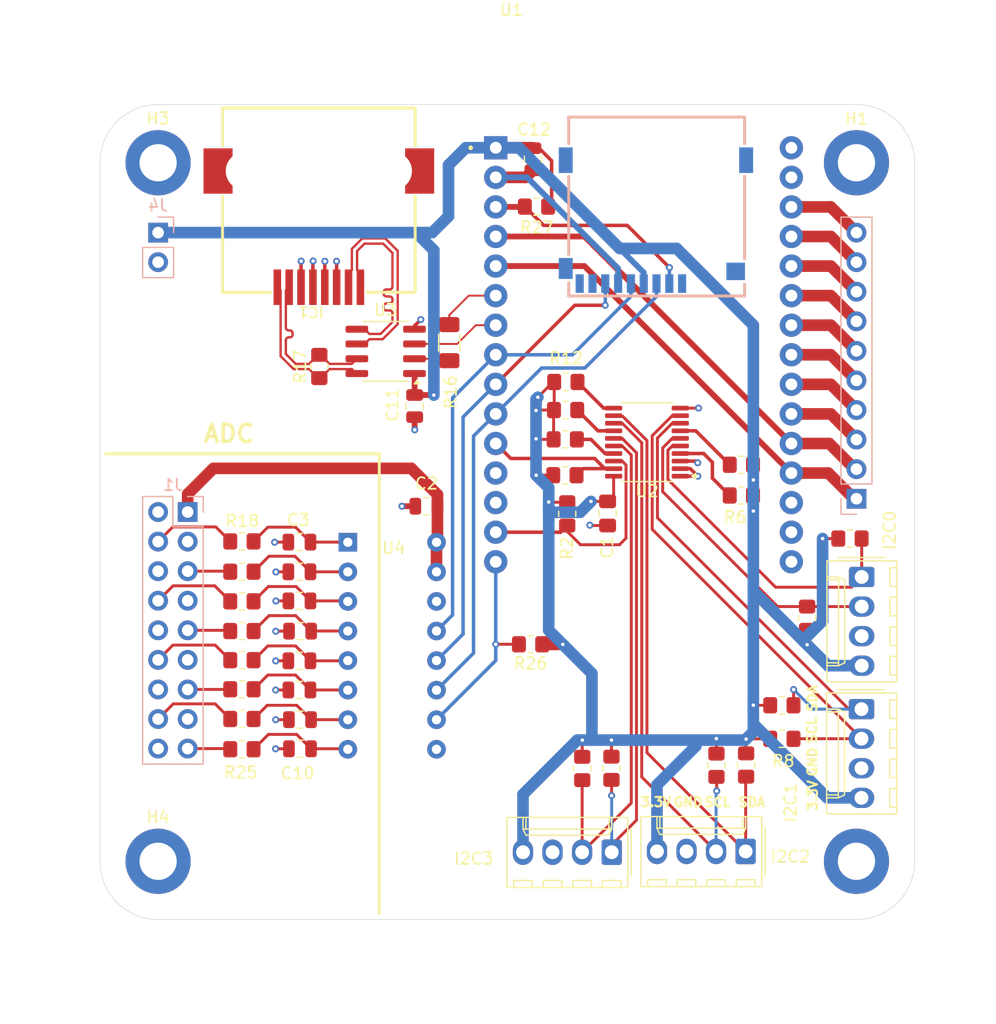
<source format=kicad_pcb>
(kicad_pcb (version 20240108) (generator "pcbnew") (generator_version "8.0")
  (layers (0 "F.Cu" signal) (1 "In1.Cu" signal) (2 "In2.Cu" signal) (31 "B.Cu" signal) (34 "B.Paste" user) (35 "F.Paste" user) (36 "B.SilkS" user "B.Silkscreen") (37 "F.SilkS" user "F.Silkscreen") (38 "B.Mask" user) (39 "F.Mask" user) (44 "Edge.Cuts" user))
  (net 0 "")
  (net 1 "/I2C/SC0")
  (net 2 "/I2C/SD0")
  (net 3 "GND")
  (net 4 "VDD")
  (net 5 "/I2C/SC1")
  (net 6 "/I2C/SD1")
  (net 7 "/I2C/SD2")
  (net 8 "/I2C/SC2")
  (net 9 "/I2C/SC3")
  (net 10 "/I2C/SD3")
  (net 11 "Net-(U2-~{INT})")
  (net 12 "/I2C/INT0")
  (net 13 "/I2C/INT1")
  (net 14 "/I2C/INT2")
  (net 15 "/I2C/INT3")
  (net 16 "/RS485/R0")
  (net 17 "/RS485/RX2")
  (net 18 "/RS485/RX_P")
  (net 19 "/RS485/RX_N")
  (net 20 "/RS485/TX_P")
  (net 21 "/RS485/TX_N")
  (net 22 "/RS485/TX2")
  (net 23 "+3.3VADC")
  (net 24 "/ADC/CH0")
  (net 25 "/ADC/CH1")
  (net 26 "/ADC/CH2")
  (net 27 "/ADC/CH3")
  (net 28 "/ADC/CH4")
  (net 29 "/ADC/CH5")
  (net 30 "/ADC/CH6")
  (net 31 "/ADC/CH7")
  (net 32 "/ADC/INCH2")
  (net 33 "/ADC/INCH0")
  (net 34 "/ADC/INCH6")
  (net 35 "/ADC/INCH7")
  (net 36 "/ADC/INCH5")
  (net 37 "/ADC/INCH4")
  (net 38 "/ADC/INCH1")
  (net 39 "/ADC/INCH3")
  (net 40 "/D2")
  (net 45 "/D4")
  (net 48 "/DAC2")
  (net 49 "Net-(J2-Pin_4)")
  (net 50 "/DAC1")
  (net 51 "Net-(J2-Pin_9)")
  (net 52 "Net-(J2-Pin_10)")
  (net 53 "Net-(J2-Pin_7)")
  (net 54 "Net-(J2-Pin_8)")
  (net 55 "Net-(J2-Pin_3)")
  (net 58 "/SDA")
  (net 59 "/SCL")
  (net 60 "/MOSI")
  (net 61 "/MISO")
  (net 62 "/CS")
  (net 63 "/SCLK")
  (net 64 "/CS1")
  (footprint "custom:RJ45-TH_MJ5688-B111-HR1-C" (layer "F.Cu") (at 158.81 30.70095 180)
    (property "Reference" "IC1")
    (property "Value" "MJ5688-B111-HR1-C" (hide yes))
  )
  (footprint "Capacitor_SMD:C_0805_2012Metric" (layer "F.Cu") (at 157.19 75.335 180)
    (property "Reference" "C10")
    (property "Value" "0.022uF" (hide yes))
  )
  (footprint "Resistor_SMD:R_0805_2012Metric_Pad1.20x1.40mm_HandSolder" (layer "F.Cu") (at 179.98 48.76)
    (property "Reference" "R3" (hide yes))
    (property "Value" "10K" (hide yes))
  )
  (footprint "Resistor_SMD:R_0805_2012Metric_Pad1.20x1.40mm_HandSolder" (layer "F.Cu") (at 204.44 57.28)
    (property "Reference" "R4" (hide yes))
    (property "Value" "10K" (hide yes))
  )
  (footprint "Resistor_SMD:R_0805_2012Metric_Pad1.20x1.40mm_HandSolder" (layer "F.Cu") (at 177 66.36 180)
    (property "Reference" "R26")
    (property "Value" "10K" (hide yes))
  )
  (footprint "Resistor_SMD:R_0805_2012Metric_Pad1.20x1.40mm_HandSolder" (layer "F.Cu") (at 195.11 53.58 180)
    (property "Reference" "R6")
    (property "Value" "10K" (hide yes))
  )
  (footprint "Resistor_SMD:R_0805_2012Metric_Pad1.20x1.40mm_HandSolder" (layer "F.Cu") (at 152.2 67.725 180)
    (property "Reference" "R22" (hide yes))
    (property "Value" "100" (hide yes))
  )
  (footprint "Capacitor_SMD:C_0805_2012Metric" (layer "F.Cu") (at 157.14 70.285 180)
    (property "Reference" "C8" (hide yes))
    (property "Value" "0.022uF" (hide yes))
  )
  (footprint "Capacitor_SMD:C_0805_2012Metric" (layer "F.Cu") (at 157.14 67.78 180)
    (property "Reference" "C7" (hide yes))
    (property "Value" "0.022uF" (hide yes))
  )
  (footprint "Resistor_SMD:R_0805_2012Metric_Pad1.20x1.40mm_HandSolder" (layer "F.Cu") (at 152.2 75.375 180)
    (property "Reference" "R25")
    (property "Value" "100" (hide yes))
  )
  (footprint "Resistor_SMD:R_0805_2012Metric_Pad1.20x1.40mm_HandSolder" (layer "F.Cu") (at 200.76 64.12 90)
    (property "Reference" "R5" (hide yes))
    (property "Value" "10K" (hide yes))
  )
  (footprint "Resistor_SMD:R_0805_2012Metric_Pad1.20x1.40mm_HandSolder" (layer "F.Cu") (at 180.01 46.24)
    (property "Reference" "R15" (hide yes))
    (property "Value" "10K" (hide yes))
  )
  (footprint "Resistor_SMD:R_0805_2012Metric_Pad1.20x1.40mm_HandSolder" (layer "F.Cu") (at 152.2 57.525 180)
    (property "Reference" "R18")
    (property "Value" "100" (hide yes))
  )
  (footprint "Resistor_SMD:R_0805_2012Metric_Pad1.20x1.40mm_HandSolder" (layer "F.Cu") (at 183.95 77.01 -90)
    (property "Reference" "R13" (hide yes))
    (property "Value" "10K" (hide yes))
  )
  (footprint "Resistor_SMD:R_0805_2012Metric_Pad1.20x1.40mm_HandSolder" (layer "F.Cu") (at 180.15 55.16 -90)
    (property "Reference" "R2")
    (property "Value" "10K" (hide yes))
  )
  (footprint "Resistor_SMD:R_0805_2012Metric_Pad1.20x1.40mm_HandSolder" (layer "F.Cu") (at 195.52 76.73 -90)
    (property "Reference" "R10" (hide yes))
    (property "Value" "10K" (hide yes))
  )
  (footprint "Resistor_SMD:R_0805_2012Metric_Pad1.20x1.40mm_HandSolder" (layer "F.Cu") (at 177.51 28.77 180)
    (property "Reference" "R27")
    (property "Value" "10K" (hide yes))
  )
  (footprint "Capacitor_SMD:C_0805_2012Metric_Pad1.18x1.45mm_HandSolder" (layer "F.Cu") (at 183.62 55.1225 -90)
    (property "Reference" "C1")
    (property "Value" "10uF" (hide yes))
  )
  (footprint "Resistor_SMD:R_0805_2012Metric_Pad1.20x1.40mm_HandSolder" (layer "F.Cu") (at 158.85 42.5 90)
    (property "Reference" "R17")
    (property "Value" "100" (hide yes))
  )
  (footprint "Capacitor_SMD:C_0805_2012Metric" (layer "F.Cu") (at 167.04 45.9 -90)
    (property "Reference" "C11")
    (property "Value" "10uF" (hide yes))
  )
  (footprint "Connector_Molex:Molex_KK-254_AE-6410-04A_1x04_P2.54mm_Vertical" (layer "F.Cu") (at 205.45 60.58 -90)
    (property "Reference" "I2C0")
    (property "Value" "Conn_01x04_Pin" (hide yes))
  )
  (footprint "Capacitor_SMD:C_0805_2012Metric" (layer "F.Cu") (at 157.14 60.135 180)
    (property "Reference" "C4" (hide yes))
    (property "Value" "0.022uF" (hide yes))
  )
  (footprint "custom:MODULE_ESP32_DEVKIT_V1" (layer "F.Cu") (at 186.7075 39.22925)
    (property "Reference" "U1")
    (property "Value" "ESP32-DEVKIT-V1" (hide yes))
  )
  (footprint "Resistor_SMD:R_0805_2012Metric_Pad1.20x1.40mm_HandSolder" (layer "F.Cu") (at 198.59 74.48)
    (property "Reference" "R8")
    (property "Value" "10K" (hide yes))
  )
  (footprint "Capacitor_SMD:C_0805_2012Metric" (layer "F.Cu") (at 177.2 24.7 -90)
    (property "Reference" "C12")
    (property "Value" "10uF" (hide yes))
  )
  (footprint "Capacitor_SMD:C_0805_2012Metric" (layer "F.Cu") (at 157.14 57.585 180)
    (property "Reference" "C3")
    (property "Value" "0.022uF" (hide yes))
  )
  (footprint "Resistor_SMD:R_0805_2012Metric_Pad1.20x1.40mm_HandSolder" (layer "F.Cu") (at 198.59 71.6)
    (property "Reference" "R7" (hide yes))
    (property "Value" "10K" (hide yes))
  )
  (footprint "Resistor_SMD:R_0805_2012Metric_Pad1.20x1.40mm_HandSolder" (layer "F.Cu") (at 152.2 70.225 180)
    (property "Reference" "R23" (hide yes))
    (property "Value" "100" (hide yes))
  )
  (footprint "Resistor_SMD:R_0805_2012Metric_Pad1.20x1.40mm_HandSolder" (layer "F.Cu") (at 179.95 51.84)
    (property "Reference" "R1" (hide yes))
    (property "Value" "10K" (hide yes))
  )
  (footprint "Package_SO:SOIC-8_3.9x4.9mm_P1.27mm" (layer "F.Cu") (at 164.55 41.2 180)
    (property "Reference" "U3")
    (property "Value" "MAX3490xSA" (hide yes))
  )
  (footprint "Resistor_SMD:R_0805_2012Metric_Pad1.20x1.40mm_HandSolder" (layer "F.Cu") (at 152.2 72.775 180)
    (property "Reference" "R24" (hide yes))
    (property "Value" "100" (hide yes))
  )
  (footprint "Connector_Molex:Molex_KK-254_AE-6410-04A_1x04_P2.54mm_Vertical" (layer "F.Cu") (at 195.48 84.15 180)
    (property "Reference" "I2C2")
    (property "Value" "Conn_01x04_Pin" (hide yes))
  )
  (footprint "Capacitor_SMD:C_0805_2012Metric" (layer "F.Cu") (at 168.05 54.5 180)
    (property "Reference" "C2")
    (property "Value" "10uF" (hide yes))
  )
  (footprint "MountingHole:MountingHole_3.2mm_M3_DIN965_Pad_TopBottom" (layer "F.Cu") (at 145 25)
    (property "Reference" "H3")
    (property "Value" "MountingHole_Pad" (hide yes))
  )
  (footprint "Capacitor_SMD:C_0805_2012Metric" (layer "F.Cu") (at 157.14 62.635 180)
    (property "Reference" "C5" (hide yes))
    (property "Value" "0.022uF" (hide yes))
  )
  (footprint "MountingHole:MountingHole_3.2mm_M3_DIN965_Pad_TopBottom" (layer "F.Cu") (at 145 85)
    (property "Reference" "H4")
    (property "Value" "MountingHole_Pad")
  )
  (footprint "Package_SO:TSSOP-20_4.4x6.5mm_P0.65mm" (layer "F.Cu") (at 187 49 180)
    (property "Reference" "U2")
    (property "Value" "TCA9544A" (hide yes))
  )
  (footprint "Resistor_SMD:R_0805_2012Metric_Pad1.20x1.40mm_HandSolder" (layer "F.Cu") (at 181.44 77.03 -90)
    (property "Reference" "R14" (hide yes))
    (property "Value" "10K" (hide yes))
  )
  (footprint "Resistor_SMD:R_0805_2012Metric_Pad1.20x1.40mm_HandSolder" (layer "F.Cu") (at 152.2 60.125 180)
    (property "Reference" "R19" (hide yes))
    (property "Value" "100" (hide yes))
  )
  (footprint "Resistor_SMD:R_0805_2012Metric_Pad1.20x1.40mm_HandSolder" (layer "F.Cu") (at 192.97 76.75 -90)
    (property "Reference" "R11" (hide yes))
    (property "Value" "10K" (hide yes))
  )
  (footprint "Package_DIP:DIP-16_W7.62mm_Socket" (layer "F.Cu") (at 161.3 57.6)
    (property "Reference" "U4")
    (property "Value" "MCP3208" (hide yes))
  )
  (footprint "Resistor_SMD:R_0805_2012Metric_Pad1.20x1.40mm_HandSolder" (layer "F.Cu") (at 195.11 50.94 180)
    (property "Reference" "R9" (hide yes))
    (property "Value" "10K" (hide yes))
  )
  (footprint "MountingHole:MountingHole_3.2mm_M3_DIN965_Pad_TopBottom" (layer "F.Cu") (at 205 85)
    (property "Reference" "H2" (hide yes))
    (property "Value" "MountingHole_Pad" (hide yes))
  )
  (footprint "MountingHole:MountingHole_3.2mm_M3_DIN965_Pad_TopBottom" (layer "F.Cu") (at 205 25)
    (property "Reference" "H1")
    (property "Value" "MountingHole_Pad" (hide yes))
  )
  (footprint "Resistor_SMD:R_0805_2012Metric_Pad1.20x1.40mm_HandSolder" (layer "F.Cu") (at 180.03 43.83)
    (property "Reference" "R12")
    (property "Value" "10K" (hide yes))
  )
  (footprint "Resistor_SMD:R_0805_2012Metric_Pad1.20x1.40mm_HandSolder" (layer "F.Cu") (at 152.2 62.675 180)
    (property "Reference" "R20" (hide yes))
    (property "Value" "100" (hide yes))
  )
  (footprint "Resistor_SMD:R_1206_3216Metric_Pad1.30x1.75mm_HandSolder" (layer "F.Cu") (at 170.0125 40.45 -90)
    (property "Reference" "R16")
    (property "Value" "0" (hide yes))
  )
  (footprint "Connector_Molex:Molex_KK-254_AE-6410-04A_1x04_P2.54mm_Vertical" (layer "F.Cu") (at 205.43 71.93 -90)
    (property "Reference" "I2C1")
    (property "Value" "Conn_01x04_Pin" (hide yes))
  )
  (footprint "Capacitor_SMD:C_0805_2012Metric" (layer "F.Cu") (at 157.2 65.23 180)
    (property "Reference" "C6" (hide yes))
    (property "Value" "0.022uF" (hide yes))
  )
  (footprint "Connector_Molex:Molex_KK-254_AE-6410-04A_1x04_P2.54mm_Vertical" (layer "F.Cu") (at 183.97 84.22 180)
    (property "Reference" "I2C3")
    (property "Value" "Conn_01x04_Pin" (hide yes))
  )
  (footprint "Capacitor_SMD:C_0805_2012Metric" (layer "F.Cu") (at 157.19 72.835 180)
    (property "Reference" "C9" (hide yes))
    (property "Value" "0.022uF" (hide yes))
  )
  (footprint "Resistor_SMD:R_0805_2012Metric_Pad1.20x1.40mm_HandSolder" (layer "F.Cu") (at 152.2 65.225 180)
    (property "Reference" "R21" (hide yes))
    (property "Value" "100" (hide yes))
  )
  (footprint "custom:TF-SMD_THD2528-11SD-GF" (layer "B.Cu") (at 187.77 30.08)
    (property "Reference" "J3" (hide yes))
    (property "Value" "Micro_SD_Card" (hide yes))
  )
  (footprint "Connector_PinHeader_2.54mm:PinHeader_1x02_P2.54mm_Vertical" (layer "B.Cu") (at 145 31 180)
    (property "Reference" "J4")
    (property "Value" "Conn_01x02_Pin" (hide yes))
  )
  (footprint "Connector_PinHeader_2.54mm:PinHeader_2x09_P2.54mm_Vertical" (layer "B.Cu") (at 147.54 55 180)
    (property "Reference" "J1")
    (property "Value" "Conn_02x09_Odd_Even" (hide yes))
  )
  (footprint "Connector_PinHeader_2.54mm:PinHeader_1x10_P2.54mm_Vertical" (layer "B.Cu") (at 205 53.86)
    (property "Reference" "J2" (hide yes))
    (property "Value" "Conn_01x10_Pin" (hide yes))
  )
  (gr_line (start 164 50) (end 164 89.5) (stroke (width 0.25)) (layer "F.SilkS"))
  (gr_line (start 140.5 50) (end 164 50) (stroke (width 0.25)) (layer "F.SilkS"))
  (gr_arc (start 210 85) (mid 208.535534 88.535534) (end 205 90) (stroke (width 0.05)) (layer "Edge.Cuts"))
  (gr_line (start 140 25) (end 140 85) (stroke (width 0.05)) (layer "Edge.Cuts"))
  (gr_line (start 205 20) (end 145 20) (stroke (width 0.05)) (layer "Edge.Cuts"))
  (gr_arc (start 140 25) (mid 141.464466 21.464466) (end 145 20) (stroke (width 0.05)) (layer "Edge.Cuts"))
  (gr_arc (start 145 90) (mid 141.464466 88.535534) (end 140 85) (stroke (width 0.05)) (layer "Edge.Cuts"))
  (gr_line (start 210 25) (end 210 85) (stroke (width 0.05)) (layer "Edge.Cuts"))
  (gr_arc (start 205 20) (mid 208.535534 21.464466) (end 210 25) (stroke (width 0.05)) (layer "Edge.Cuts"))
  (gr_line (start 145 90) (end 205 90) (stroke (width 0.05)) (layer "Edge.Cuts"))
  (gr_text "3.3V" (at 201.71 80.77 90) (layer "F.SilkS") (effects (font (size 0.8 0.8) (thickness 0.1875) (bold yes)) (justify left bottom)))
  (gr_text "3.3V" (at 186.35 80.38 0) (layer "F.SilkS") (effects (font (size 0.8 0.8) (thickness 0.1875) (bold yes)) (justify left bottom)))
  (gr_text "SCL" (at 191.84 80.4 0) (layer "F.SilkS") (effects (font (size 0.8 0.8) (thickness 0.1875) (bold yes)) (justify left bottom)))
  (gr_text "GND" (at 189.19 80.38 0) (layer "F.SilkS") (effects (font (size 0.8 0.8) (thickness 0.1875) (bold yes)) (justify left bottom)))
  (gr_text "SDA" (at 194.77 80.4 0) (layer "F.SilkS") (effects (font (size 0.8 0.8) (thickness 0.1875) (bold yes)) (justify left bottom)))
  (gr_text "SCL" (at 201.65 74.98 90) (layer "F.SilkS") (effects (font (size 0.8 0.8) (thickness 0.1875) (bold yes)) (justify left bottom)))
  (gr_text "GND" (at 201.68 77.82 90) (layer "F.SilkS") (effects (font (size 0.8 0.8) (thickness 0.1875) (bold yes)) (justify left bottom)))
  (gr_text "SDA" (at 201.68 72.26 90) (layer "F.SilkS") (effects (font (size 0.8 0.8) (thickness 0.1875) (bold yes)) (justify left bottom)))
  (gr_text "ADC" (at 148.75 49.15 0) (layer "F.SilkS") (effects (font (size 1.5 1.5) (thickness 0.3) (bold yes)) (justify left bottom)))
  (segment (start 188.35 49.496188) (end 188.35 53.25) (width 0.25) (layer "F.Cu") (net 1))
  (segment (start 198.22 63.12) (end 205.45 63.12) (width 0.25) (layer "F.Cu") (net 1))
  (segment (start 189.171188 48.675) (end 188.35 49.496188) (width 0.25) (layer "F.Cu") (net 1))
  (segment (start 188.35 53.25) (end 198.22 63.12) (width 0.25) (layer "F.Cu") (net 1))
  (segment (start 189.8625 48.675) (end 189.171188 48.675) (width 0.25) (layer "F.Cu") (net 1))
  (segment (start 189.8625 49.325) (end 189.171188 49.325) (width 0.25) (layer "F.Cu") (net 2))
  (segment (start 204.57 61.46) (end 205.45 60.58) (width 0.25) (layer "F.Cu") (net 2))
  (segment (start 188.8 49.696188) (end 188.8 52.203812) (width 0.25) (layer "F.Cu") (net 2))
  (segment (start 205.45 60.58) (end 205.45 57.29) (width 0.25) (layer "F.Cu") (net 2))
  (segment (start 188.8 52.203812) (end 198.056188 61.46) (width 0.25) (layer "F.Cu") (net 2))
  (segment (start 198.056188 61.46) (end 204.57 61.46) (width 0.25) (layer "F.Cu") (net 2))
  (segment (start 189.171188 49.325) (end 188.8 49.696188) (width 0.25) (layer "F.Cu") (net 2))
  (segment (start 205.45 57.29) (end 205.44 57.28) (width 0.25) (layer "F.Cu") (net 2))
  (segment (start 190.72 51.275) (end 189.8625 51.275) (width 0.3) (layer "F.Cu") (net 3))
  (segment (start 156.24 72.835) (end 155.105 72.835) (width 0.25) (layer "F.Cu") (net 3))
  (segment (start 160.34 33.47) (end 160.33 33.46) (width 0.3) (layer "F.Cu") (net 3))
  (segment (start 156.19 70.285) (end 155.105 70.285) (width 0.25) (layer "F.Cu") (net 3))
  (segment (start 155.11 67.78) (end 155.1 67.79) (width 0.25) (layer "F.Cu") (net 3))
  (segment (start 159.3199 33.4701) (end 159.33 33.46) (width 0.3) (layer "F.Cu") (net 3))
  (segment (start 191.37 51.925) (end 189.8625 51.925) (width 0.3) (layer "F.Cu") (net 3))
  (segment (start 158.2998 33.4602) (end 158.32 33.44) (width 0.3) (layer "F.Cu") (net 3))
  (segment (start 159.3199 35.69095) (end 159.3199 33.4701) (width 0.3) (layer "F.Cu") (net 3))
  (segment (start 167.1 54.5) (end 165.95 54.5) (width 0.5) (layer "F.Cu") (net 3))
  (segment (start 156.24 75.335) (end 155.095 75.335) (width 0.25) (layer "F.Cu") (net 3))
  (segment (start 156.19 62.635) (end 155.125 62.635) (width 0.25) (layer "F.Cu") (net 3))
  (segment (start 189.8625 46.075) (end 191.425 46.075) (width 0.25) (layer "F.Cu") (net 3))
  (segment (start 191.215 50.625) (end 189.8625 50.625) (width 0.3) (layer "F.Cu") (net 3))
  (segment (start 155.105 70.285) (end 155.1 70.29) (width 0.25) (layer "F.Cu") (net 3))
  (segment (start 167.025 39.295) (end 167.025 39.015) (width 0.3) (layer "F.Cu") (net 3))
  (segment (start 183.62 56.16) (end 182.12 56.16) (width 0.25) (layer "F.Cu") (net 3))
  (segment (start 155.125 62.635) (end 155.12 62.64) (width 0.25) (layer "F.Cu") (net 3))
  (segment (start 176.59575 26.25425) (end 177.2 25.65) (width 1) (layer "F.Cu") (net 3))
  (segment (start 156.19 60.135) (end 155.135 60.135) (width 0.25) (layer "F.Cu") (net 3))
  (segment (start 191.425 46.075) (end 191.43 46.07) (width 0.25) (layer "F.Cu") (net 3))
  (segment (start 191.37 51.925) (end 190.72 51.275) (width 0.3) (layer "F.Cu") (net 3))
  (segment (start 160.34 35.69095) (end 160.34 33.47) (width 0.3) (layer "F.Cu") (net 3))
  (segment (start 155.12 65.23) (end 155.11 65.24) (width 0.25) (layer "F.Cu") (net 3))
  (segment (start 167.025 39.015) (end 167.57 38.47) (width 0.3) (layer "F.Cu") (net 3))
  (segment (start 182.12 56.16) (end 182.09 56.13) (width 0.25) (layer "F.Cu") (net 3))
  (segment (start 155.135 60.135) (end 155.12 60.15) (width 0.25) (layer "F.Cu") (net 3))
  (segment (start 157.2798 33.4602) (end 157.29 33.45) (width 0.3) (layer "F.Cu") (net 3))
  (segment (start 155.095 75.335) (end 155.09 75.34) (width 0.25) (layer "F.Cu") (net 3))
  (segment (start 191.36 50.77) (end 191.215 50.625) (width 0.3) (layer "F.Cu") (net 3))
  (segment (start 156.25 65.23) (end 155.12 65.23) (width 0.25) (layer "F.Cu") (net 3))
  (segment (start 155.025 57.585) (end 156.19 57.585) (width 0.25) (layer "F.Cu") (net 3))
  (segment (start 156.19 67.78) (end 155.11 67.78) (width 0.25) (layer "F.Cu") (net 3))
  (segment (start 167.04 47.93) (end 167.05 47.94) (width 0.5) (layer "F.Cu") (net 3))
  (segment (start 155.01 57.6) (end 155.025 57.585) (width 0.25) (layer "F.Cu") (net 3))
  (segment (start 174.0075 26.25425) (end 176.59575 26.25425) (width 1) (layer "F.Cu") (net 3))
  (segment (start 155.105 72.835) (end 155.1 72.84) (width 0.25) (layer "F.Cu") (net 3))
  (segment (start 158.2998 35.69095) (end 158.2998 33.4602) (width 0.3) (layer "F.Cu") (net 3))
  (segment (start 167.04 46.85) (end 167.04 47.93) (width 0.5) (layer "F.Cu") (net 3))
  (segment (start 157.2798 35.69095) (end 157.2798 33.4602) (width 0.3) (layer "F.Cu") (net 3))
  (via (at 165.95 54.5) (size 0.6) (drill 0.3) (layers "F.Cu" "B.Cu") (net 3))
  (via (at 155.1 72.84) (size 0.6) (drill 0.3) (layers "F.Cu" "B.Cu") (net 3))
  (via (at 155.11 65.24) (size 0.6) (drill 0.3) (layers "F.Cu" "B.Cu") (net 3))
  (via (at 191.36 50.77) (size 0.6) (drill 0.3) (layers "F.Cu" "B.Cu") (net 3))
  (via (at 157.29 33.45) (size 0.6) (drill 0.3) (layers "F.Cu" "B.Cu") (net 3))
  (via (at 167.57 38.47) (size 0.6) (drill 0.3) (layers "F.Cu" "B.Cu") (net 3))
  (via (at 155.09 75.34) (size 0.6) (drill 0.3) (layers "F.Cu" "B.Cu") (net 3))
  (via (at 167.05 47.94) (size 0.6) (drill 0.3) (layers "F.Cu" "B.Cu") (net 3))
  (via (at 160.33 33.46) (size 0.6) (drill 0.3) (layers "F.Cu" "B.Cu") (net 3))
  (via (at 155.12 62.64) (size 0.6) (drill 0.3) (layers "F.Cu" "B.Cu") (net 3))
  (via (at 182.09 56.13) (size 0.6) (drill 0.3) (layers "F.Cu" "B.Cu") (net 3))
  (via (at 155.12 60.15) (size 0.6) (drill 0.3) (layers "F.Cu" "B.Cu") (net 3))
  (via (at 159.33 33.46) (size 0.6) (drill 0.3) (layers "F.Cu" "B.Cu") (net 3))
  (via (at 155.1 70.29) (size 0.6) (drill 0.3) (layers "F.Cu" "B.Cu") (net 3))
  (via (at 191.43 46.07) (size 0.6) (drill 0.3) (layers "F.Cu" "B.Cu") (net 3))
  (via (at 191.37 51.925) (size 0.6) (drill 0.3) (layers "F.Cu" "B.Cu") (net 3))
  (via (at 155.01 57.6) (size 0.6) (drill 0.3) (layers "F.Cu" "B.Cu") (net 3))
  (via (at 158.32 33.44) (size 0.6) (drill 0.3) (layers "F.Cu" "B.Cu") (net 3))
  (via (at 155.1 67.79) (size 0.6) (drill 0.3) (layers "F.Cu" "B.Cu") (net 3))
  (segment (start 184.5201 35.38) (end 184.5201 34.08) (width 0.5) (layer "B.Cu") (net 3))
  (segment (start 184.5201 34.08) (end 176.69435 26.25425) (width 0.5) (layer "B.Cu") (net 3))
  (segment (start 176.69435 26.25425) (end 174.0075 26.25425) (width 0.5) (layer "B.Cu") (net 3))
  (segment (start 181.44 76.03) (end 181.44 74.6) (width 0.25) (layer "F.Cu") (net 4))
  (segment (start 196.11 52.22) (end 196.14 52.25) (width 0.3) (layer "F.Cu") (net 4))
  (segment (start 183.95 76.01) (end 183.95 74.59) (width 0.25) (layer "F.Cu") (net 4))
  (segment (start 179.03 46.22) (end 179.01 46.24) (width 0.25) (layer "F.Cu") (net 4))
  (segment (start 197.59 71.6) (end 196.15 71.6) (width 0.25) (layer "F.Cu") (net 4))
  (segment (start 197.59 74.48) (end 195.54 74.48) (width 0.25) (layer "F.Cu") (net 4))
  (segment (start 192.97 74.47) (end 192.96 74.46) (width 0.25) (layer "F.Cu") (net 4))
  (segment (start 192.97 75.75) (end 192.97 74.47) (width 0.25) (layer "F.Cu") (net 4))
  (segment (start 177.73 23.75) (end 177.2 23.75) (width 0.3) (layer "F.Cu") (net 4))
  (segment (start 184.1375 51.925) (end 184.1375 53.5675) (width 0.25) (layer "F.Cu") (net 4))
  (segment (start 200.76 65.12) (end 200.76 66.4) (width 0.25) (layer "F.Cu") (net 4))
  (segment (start 196.15 71.6) (end 196.14 71.59) (width 0.25) (layer "F.Cu") (net 4))
  (segment (start 177.63 45.14) (end 178.94 43.83) (width 0.25) (layer "F.Cu") (net 4))
  (segment (start 178.95 51.84) (end 177.48 51.84) (width 0.25) (layer "F.Cu") (net 4))
  (segment (start 178.01 66.37) (end 178 66.36) (width 1) (layer "F.Cu") (net 4))
  (segment (start 196.11 53.58) (end 196.11 54.89) (width 0.3) (layer "F.Cu") (net 4))
  (segment (start 178.98 48.76) (end 178.98 46.27) (width 0.25) (layer "F.Cu") (net 4))
  (segment (start 196.11 50.94) (end 196.11 52.22) (width 0.3) (layer "F.Cu") (net 4))
  (segment (start 195.52 75.73) (end 195.52 74.5) (width 0.25) (layer "F.Cu") (net 4))
  (segment (start 178.98 46.27) (end 179.01 46.24) (width 0.25) (layer "F.Cu") (net 4))
  (segment (start 183.62 54.085) (end 182.195 54.085) (width 0.25) (layer "F.Cu") (net 4))
  (segment (start 181.44 74.6) (end 181.45 74.59) (width 0.25) (layer "F.Cu") (net 4))
  (segment (start 177.52 48.76) (end 178.98 48.76) (width 0.25) (layer "F.Cu") (net 4))
  (segment (start 167.04 44.95) (end 167.04 43.12) (width 0.5) (layer "F.Cu") (net 4))
  (segment (start 177.51 46.24) (end 177.47 46.28) (width 0.25) (layer "F.Cu") (net 4))
  (segment (start 203.44 57.28) (end 202.09 57.28) (width 0.25) (layer "F.Cu") (net 4))
  (segment (start 195.54 74.48) (end 195.52 74.5) (width 0.25) (layer "F.Cu") (net 4))
  (segment (start 184.1375 53.5675) (end 183.62 54.085) (width 0.25) (layer "F.Cu") (net 4))
  (segment (start 167.04 43.12) (end 167.025 43.105) (width 0.5) (layer "F.Cu") (net 4))
  (segment (start 177.16425 23.71425) (end 177.2 23.75) (width 1) (layer "F.Cu") (net 4))
  (segment (start 167.04 44.95) (end 168.68 44.95) (width 0.5) (layer "F.Cu") (net 4))
  (segment (start 179.01 46.24) (end 177.51 46.24) (width 0.25) (layer "F.Cu") (net 4))
  (segment (start 179.77 66.37) (end 178.01 66.37) (width 1) (layer "F.Cu") (net 4))
  (segment (start 178.58 54.16) (end 178.56 54.14) (width 0.25) (layer "F.Cu") (net 4))
  (segment (start 168.68 44.95) (end 168.69 44.96) (width 0.5) (layer "F.Cu") (net 4))
  (segment (start 196.11 54.89) (end 196.14 54.92) (width 0.3) (layer "F.Cu") (net 4))
  (segment (start 178.81 28.47) (end 178.81 24.83) (width 0.3) (layer "F.Cu") (net 4))
  (segment (start 177.47 48.71) (end 177.52 48.76) (width 0.25) (layer "F.Cu") (net 4))
  (segment (start 178.94 43.83) (end 179.03 43.83) (width 0.25) (layer "F.Cu") (net 4))
  (segment (start 180.15 54.16) (end 178.58 54.16) (width 0.25) (layer "F.Cu") (net 4))
  (segment (start 182.195 54.085) (end 182.19 54.09) (width 0.25) (layer "F.Cu") (net 4))
  (segment (start 178.51 28.77) (end 178.81 28.47) (width 0.3) (layer "F.Cu") (net 4))
  (segment (start 174.0075 23.71425) (end 177.16425 23.71425) (width 1) (layer "F.Cu") (net 4))
  (segment (start 179.03 43.83) (end 179.03 46.22) (width 0.25) (layer "F.Cu") (net 4))
  (segment (start 178.81 24.83) (end 177.73 23.75) (width 0.3) (layer "F.Cu") (net 4))
  (via (at 196.14 54.92) (size 0.6) (drill 0.3) (layers "F.Cu" "B.Cu") (net 4))
  (via (at 178.56 54.14) (size 0.6) (drill 0.3) (layers "F.Cu" "B.Cu") (net 4))
  (via (at 179.77 66.37) (size 0.6) (drill 0.3) (layers "F.Cu" "B.Cu") (net 4))
  (via (at 177.48 51.84) (size 0.6) (drill 0.3) (layers "F.Cu" "B.Cu") (net 4))
  (via (at 181.45 74.59) (size 0.6) (drill 0.3) (layers "F.Cu" "B.Cu") (net 4))
  (via (at 177.63 45.14) (size 0.6) (drill 0.3) (layers "F.Cu" "B.Cu") (net 4))
  (via (at 168.69 44.96) (size 0.6) (drill 0.3) (layers "F.Cu" "B.Cu") (net 4))
  (via (at 182.19 54.09) (size 0.6) (drill 0.3) (layers "F.Cu" "B.Cu") (net 4))
  (via (at 202.09 57.28) (size 0.6) (drill 0.3) (layers "F.Cu" "B.Cu") (net 4))
  (via (at 192.96 74.46) (size 0.6) (drill 0.3) (layers "F.Cu" "B.Cu") (net 4))
  (via (at 195.52 74.5) (size 0.6) (drill 0.3) (layers "F.Cu" "B.Cu") (net 4))
  (via (at 196.14 52.25) (size 0.6) (drill 0.3) (layers "F.Cu" "B.Cu") (net 4))
  (via (at 177.47 46.28) (size 0.6) (drill 0.3) (layers "F.Cu" "B.Cu") (net 4))
  (via (at 183.95 74.59) (size 0.6) (drill 0.3) (layers "F.Cu" "B.Cu") (net 4))
  (via (at 177.47 48.71) (size 0.6) (drill 0.3) (layers "F.Cu" "B.Cu") (net 4))
  (via (at 196.14 71.59) (size 0.6) (drill 0.3) (layers "F.Cu" "B.Cu") (net 4))
  (via (at 200.76 66.4) (size 0.6) (drill 0.3) (layers "F.Cu" "B.Cu") (net 4))
  (segment (start 169.95 25.2) (end 169.95 29.6) (width 1) (layer "B.Cu") (net 4))
  (segment (start 200.4 66.04) (end 202.56 68.2) (width 1) (layer "B.Cu") (net 4))
  (segment (start 180.265 66.865) (end 179.77 66.37) (width 1) (layer "B.Cu") (net 4))
  (segment (start 178.56 55.02) (end 178.56 52.92) (width 1) (layer "B.Cu") (net 4))
  (segment (start 186.72 34.42675) (end 186.72 35.38) (width 0.5) (layer "B.Cu") (net 4))
  (segment (start 174.0075 23.71425) (end 171.43575 23.71425) (width 1) (layer "B.Cu") (net 4))
  (segment (start 181.26 55.02) (end 182.19 54.09) (width 1) (layer "B.Cu") (net 4))
  (segment (start 178.56 55.02) (end 178.56 54.14) (width 1) (layer "B.Cu") (net 4))
  (segment (start 196.14 61.78) (end 196.14 61.77) (width 1) (layer "B.Cu") (net 4))
  (segment (start 196.14 73.88) (end 195.52 74.5) (width 1) (layer "B.Cu") (net 4))
  (segment (start 184.556625 32.263375) (end 186.72 34.42675) (width 0.5) (layer "B.Cu") (net 4))
  (segment (start 178.56 55.02) (end 181.26 55.02) (width 1) (layer "B.Cu") (net 4))
  (segment (start 202.56 68.2) (end 205.45 68.2) (width 1) (layer "B.Cu") (net 4))
  (segment (start 171.43575 23.71425) (end 169.95 25.2) (width 1) (layer "B.Cu") (net 4))
  (segment (start 169.95 29.6) (end 168.55 31) (width 1) (layer "B.Cu") (net 4))
  (segment (start 178.56 52.92) (end 177.835 52.195) (width 1) (layer "B.Cu") (net 4))
  (segment (start 202.09 64.35) (end 202.09 57.28) (width 1) (layer "B.Cu") (net 4))
  (segment (start 196.14 54.92) (end 196.14 61.77) (width 1) (layer "B.Cu") (net 4))
  (segment (start 168.55 31) (end 167.17 31) (width 1) (layer "B.Cu") (net 4))
  (segment (start 191.2 75.1) (end 187.86 78.44) (width 1) (layer "B.Cu") (net 4))
  (segment (start 184.65325 32.36) (end 189.5499 32.36) (width 1) (layer "B.Cu") (net 4))
  (segment (start 191.2 74.59) (end 182.27 74.59) (width 1) (layer "B.Cu") (net 4))
  (segment (start 196.14 73.2) (end 196.14 73.88) (width 1) (layer "B.Cu") (net 4))
  (segment (start 168.69 32.52) (end 168.69 44.96) (width 1) (layer "B.Cu") (net 4))
  (segment (start 182.27 74.59) (end 181.45 74.59) (width 1) (layer "B.Cu") (net 4))
  (segment (start 196.14 73.88) (end 195.43 74.59) (width 1) (layer "B.Cu") (net 4))
  (segment (start 202.49 79.55) (end 205.43 79.55) (width 1) (layer "B.Cu") (net 4))
  (segment (start 167.17 31) (end 145 31) (width 1) (layer "B.Cu") (net 4))
  (segment (start 177.835 52.195) (end 177.47 51.83) (width 1) (layer "B.Cu") (net 4))
  (segment (start 196.14 61.77) (end 196.14 71.02) (width 1) (layer "B.Cu") (net 4))
  (segment (start 200.4 66.04) (end 202.09 64.35) (width 1) (layer "B.Cu") (net 4))
  (segment (start 182.27 74.59) (end 182.27 68.87) (width 1) (layer "B.Cu") (net 4))
  (segment (start 180.265 66.865) (end 178.56 65.16) (width 1) (layer "B.Cu") (net 4))
  (segment (start 189.5499 32.36) (end 196.14 38.9501) (width 1) (layer "B.Cu") (net 4))
  (segment (start 184.556625 32.263375) (end 184.65325 32.36) (width 1) (layer "B.Cu") (net 4))
  (segment (start 200.4 66.04) (end 196.14 61.78) (width 1) (layer "B.Cu") (net 4))
  (segment (start 176.35 79.25) (end 176.35 84.22) (width 1) (layer "B.Cu") (net 4))
  (segment (start 184.556625 32.263375) (end 176.0075 23.71425) (width 1) (layer "B.Cu") (net 4))
  (segment (start 196.14 73.2) (end 202.49 79.55) (width 1) (layer "B.Cu") (net 4))
  (segment (start 196.14 71.02) (end 196.14 71.59) (width 1) (layer "B.Cu") (net 4))
  (segment (start 177.47 51.83) (end 177.47 45.3) (width 1) (layer "B.Cu") (net 4))
  (segment (start 187.86 78.44) (end 187.86 84.15) (width 1) (layer "B.Cu") (net 4))
  (segment (start 177.835 52.195) (end 177.48 51.84) (width 1) (layer "B.Cu") (net 4))
  (segment (start 167.17 31) (end 168.69 32.52) (width 1) (layer "B.Cu") (net 4))
  (segment (start 176.0075 23.71425) (end 174.0075 23.71425) (width 1) (layer "B.Cu") (net 4))
  (segment (start 181.01 74.59) (end 176.35 79.25) (width 1) (layer "B.Cu") (net 4))
  (segment (start 196.14 38.9501) (end 196.14 52.25) (width 1) (layer "B.Cu") (net 4))
  (segment (start 178.56 65.16) (end 178.56 55.02) (width 1) (layer "B.Cu") (net 4))
  (segment (start 191.2 74.59) (end 191.2 75.1) (width 1) (layer "B.Cu") (net 4))
  (segment (start 196.14 52.25) (end 196.14 54.92) (width 1) (layer "B.Cu") (net 4))
  (segment (start 182.27 68.87) (end 180.265 66.865) (width 1) (layer "B.Cu") (net 4))
  (segment (start 196.14 71.02) (end 196.14 73.2) (width 1) (layer "B.Cu") (net 4))
  (segment (start 177.47 45.3) (end 177.63 45.14) (width 1) (layer "B.Cu") (net 4))
  (segment (start 181.45 74.59) (end 181.01 74.59) (width 1) (layer "B.Cu") (net 4))
  (segment (start 200.4 66.04) (end 200.76 66.4) (width 1) (layer "B.Cu") (net 4))
  (segment (start 195.43 74.59) (end 191.2 74.59) (width 1) (layer "B.Cu") (net 4))
  (segment (start 187.45 48.446188) (end 187.45 56.49) (width 0.25) (layer "F.Cu") (net 5))
  (segment (start 189.8625 46.725) (end 189.171188 46.725) (width 0.25) (layer "F.Cu") (net 5))
  (segment (start 189.171188 46.725) (end 187.45 48.446188) (width 0.25) (layer "F.Cu") (net 5))
  (segment (start 199.6 74.47) (end 199.59 74.48) (width 0.25) (layer "F.Cu") (net 5))
  (segment (start 204.824985 74.05) (end 205.45 74.05) (width 0.25) (layer "F.Cu") (net 5))
  (segment (start 205.43 74.47) (end 199.6 74.47) (width 0.25) (layer "F.Cu") (net 5))
  (segment (start 205.43 74.47) (end 187.45 56.49) (width 0.25) (layer "F.Cu") (net 5))
  (segment (start 204.335 71.93) (end 187.9 55.495) (width 0.25) (layer "F.Cu") (net 6))
  (segment (start 205.43 71.93) (end 204.335 71.93) (width 0.25) (layer "F.Cu") (net 6))
  (segment (start 189.171188 47.375) (end 189.8625 47.375) (width 0.25) (layer "F.Cu") (net 6))
  (segment (start 187.9 55.495) (end 187.9 48.646188) (width 0.25) (layer "F.Cu") (net 6))
  (segment (start 187.9 48.646188) (end 189.171188 47.375) (width 0.25) (layer "F.Cu") (net 6))
  (segment (start 199.6 71.59) (end 199.59 71.6) (width 0.25) (layer "F.Cu") (net 6))
  (segment (start 199.6 70.25) (end 199.6 71.59) (width 0.25) (layer "F.Cu") (net 6))
  (via (at 199.6 70.25) (size 0.6) (drill 0.3) (layers "F.Cu" "B.Cu") (net 6))
  (segment (start 205.43 71.93) (end 201.28 71.93) (width 0.25) (layer "B.Cu") (net 6))
  (segment (start 201.28 71.93) (end 199.6 70.25) (width 0.25) (layer "B.Cu") (net 6))
  (segment (start 187 48.863605) (end 187 75.67) (width 0.25) (layer "F.Cu") (net 7))
  (segment (start 195.48 84.15) (end 195.48 77.77) (width 0.25) (layer "F.Cu") (net 7))
  (segment (start 184.1375 46.725) (end 184.1924 46.7799) (width 0.25) (layer "F.Cu") (net 7))
  (segment (start 184.1924 46.7799) (end 184.916295 46.7799) (width 0.25) (layer "F.Cu") (net 7))
  (segment (start 187 75.67) (end 195.48 84.15) (width 0.25) (layer "F.Cu") (net 7))
  (segment (start 195.48 77.77) (end 195.52 77.73) (width 0.25) (layer "F.Cu") (net 7))
  (segment (start 184.916295 46.7799) (end 187 48.863605) (width 0.25) (layer "F.Cu") (net 7))
  (segment (start 186.55 49.050001) (end 186.55 77.76) (width 0.25) (layer "F.Cu") (net 8))
  (segment (start 186.55 77.76) (end 192.94 84.15) (width 0.25) (layer "F.Cu") (net 8))
  (segment (start 184.874999 47.375) (end 186.55 49.050001) (width 0.25) (layer "F.Cu") (net 8))
  (segment (start 192.99 78.96) (end 192.99 77.77) (width 0.25) (layer "F.Cu") (net 8))
  (segment (start 184.1375 47.375) (end 184.874999 47.375) (width 0.25) (layer "F.Cu") (net 8))
  (segment (start 192.99 77.77) (end 192.97 77.75) (width 0.25) (layer "F.Cu") (net 8))
  (via (at 192.99 78.96) (size 0.6) (drill 0.3) (layers "F.Cu" "B.Cu") (net 8))
  (segment (start 192.94 84.15) (end 192.94 79.01) (width 0.25) (layer "B.Cu") (net 8))
  (segment (start 192.94 79.01) (end 192.99 78.96) (width 0.25) (layer "B.Cu") (net 8))
  (segment (start 181.43 78.04) (end 181.44 78.03) (width 0.25) (layer "F.Cu") (net 9))
  (segment (start 181.43 84.22) (end 181.43 78.04) (width 0.25) (layer "F.Cu") (net 9))
  (segment (start 184.1375 49.325) (end 184.874999 49.325) (width 0.25) (layer "F.Cu") (net 9))
  (segment (start 184.874999 49.325) (end 185.65 50.100001) (width 0.25) (layer "F.Cu") (net 9))
  (segment (start 185.65 80) (end 181.43 84.22) (width 0.25) (layer "F.Cu") (net 9))
  (segment (start 185.65 50.100001) (end 185.65 80) (width 0.25) (layer "F.Cu") (net 9))
  (segment (start 184.874999 48.675) (end 184.999999 48.8) (width 0.25) (layer "F.Cu") (net 10))
  (segment (start 183.97 83.594985) (end 183.97 84.22) (width 0.25) (layer "F.Cu") (net 10))
  (segment (start 184.999999 48.8) (end 184.986395 48.8) (width 0.25) (layer "F.Cu") (net 10))
  (segment (start 183.96 78.02) (end 183.95 78.01) (width 0.25) (layer "F.Cu") (net 10))
  (segment (start 186.1 81.464985) (end 183.97 83.594985) (width 0.25) (layer "F.Cu") (net 10))
  (segment (start 184.986395 48.8) (end 186.1 49.913605) (width 0.25) (layer "F.Cu") (net 10))
  (segment (start 183.96 79.36) (end 183.96 78.02) (width 0.25) (layer "F.Cu") (net 10))
  (segment (start 184.1375 48.675) (end 184.874999 48.675) (width 0.25) (layer "F.Cu") (net 10))
  (segment (start 186.1 49.913605) (end 186.1 81.464985) (width 0.25) (layer "F.Cu") (net 10))
  (via (at 183.96 79.36) (size 0.6) (drill 0.3) (layers "F.Cu" "B.Cu") (net 10))
  (segment (start 183.97 79.37) (end 183.96 79.36) (width 0.25) (layer "B.Cu") (net 10))
  (segment (start 183.97 84.22) (end 183.97 79.37) (width 0.25) (layer "B.Cu") (net 10))
  (segment (start 183.400001 49.975) (end 182.185001 48.76) (width 0.3) (layer "F.Cu") (net 11))
  (segment (start 184.1375 49.975) (end 183.400001 49.975) (width 0.3) (layer "F.Cu") (net 11))
  (segment (start 182.185001 48.76) (end 180.98 48.76) (width 0.3) (layer "F.Cu") (net 11))
  (segment (start 189.8625 49.975) (end 191.865 49.975) (width 0.3) (layer "F.Cu") (net 12))
  (segment (start 192.62 52.09) (end 194.11 53.58) (width 0.3) (layer "F.Cu") (net 12))
  (segment (start 191.865 49.975) (end 192.62 50.73) (width 0.3) (layer "F.Cu") (net 12))
  (segment (start 192.62 50.73) (end 192.62 52.09) (width 0.3) (layer "F.Cu") (net 12))
  (segment (start 191.195 48.025) (end 189.8625 48.025) (width 0.3) (layer "F.Cu") (net 13))
  (segment (start 194.11 50.94) (end 191.195 48.025) (width 0.3) (layer "F.Cu") (net 13))
  (segment (start 183.275 46.075) (end 181.03 43.83) (width 0.3) (layer "F.Cu") (net 14))
  (segment (start 184.1375 46.075) (end 183.275 46.075) (width 0.3) (layer "F.Cu") (net 14))
  (segment (start 182.795 48.025) (end 181.01 46.24) (width 0.3) (layer "F.Cu") (net 15))
  (segment (start 184.1375 48.025) (end 182.795 48.025) (width 0.3) (layer "F.Cu") (net 15))
  (segment (start 167.025 41.835) (end 169.8475 41.835) (width 0.16) (layer "F.Cu") (net 16))
  (segment (start 169.8475 41.835) (end 170.0125 42) (width 0.16) (layer "F.Cu") (net 16))
  (segment (start 174.0075 36.41425) (end 171.68575 36.41425) (width 0.16) (layer "F.Cu") (net 17))
  (segment (start 170.0125 38.0875) (end 170.0125 38.9) (width 0.16) (layer "F.Cu") (net 17))
  (segment (start 171.68575 36.41425) (end 170.0125 38.0875) (width 0.16) (layer "F.Cu") (net 17))
  (segment (start 158.85 43.5) (end 158.95 43.5) (width 0.2) (layer "F.Cu") (net 18))
  (segment (start 155.525 40.24) (end 155.52495 40.23995) (width 0.2) (layer "F.Cu") (net 18))
  (segment (start 157.975 42.725) (end 156.6368 42.725) (width 0.2) (layer "F.Cu") (net 18))
  (segment (start 155.52495 40.23995) (end 155.52495 35.976) (width 0.2) (layer "F.Cu") (net 18))
  (segment (start 162.025 43.105) (end 162.075 43.105) (width 0.2) (layer "F.Cu") (net 18))
  (segment (start 155.525 41.6132) (end 155.525 40.24) (width 0.2) (layer "F.Cu") (net 18))
  (segment (start 155.52495 35.976) (end 155.2399 35.69095) (width 0.2) (layer "F.Cu") (net 18))
  (segment (start 159.725 42.725) (end 161.645 42.725) (width 0.2) (layer "F.Cu") (net 18))
  (segment (start 161.645 42.725) (end 162.025 43.105) (width 0.2) (layer "F.Cu") (net 18))
  (segment (start 158.75 43.5) (end 157.975 42.725) (width 0.2) (layer "F.Cu") (net 18))
  (segment (start 158.95 43.5) (end 159.725 42.725) (width 0.2) (layer "F.Cu") (net 18))
  (segment (start 156.6368 42.725) (end 155.525 41.6132) (width 0.2) (layer "F.Cu") (net 18))
  (segment (start 158.85 43.5) (end 158.75 43.5) (width 0.2) (layer "F.Cu") (net 18))
  (segment (start 158.95 41.5) (end 159.725 42.275) (width 0.2) (layer "F.Cu") (net 19))
  (segment (start 156.313733 39.39995) (end 156.21495 39.39995) (width 0.2) (layer "F.Cu") (net 19))
  (segment (start 155.975 41.4268) (end 155.975 40.24) (width 0.2) (layer "F.Cu") (net 19))
  (segment (start 159.725 42.275) (end 161.635 42.275) (width 0.2) (layer "F.Cu") (net 19))
  (segment (start 155.97495 39.15995) (end 155.97495 35.976) (width 0.2) (layer "F.Cu") (net 19))
  (segment (start 156.553733 39.75995) (end 156.553733 39.63995) (width 0.2) (layer "F.Cu") (net 19))
  (segment (start 155.975 40.24) (end 155.97495 40.23995) (width 0.2) (layer "F.Cu") (net 19))
  (segment (start 156.21495 39.99995) (end 156.313733 39.99995) (width 0.2) (layer "F.Cu") (net 19))
  (segment (start 155.97495 35.976) (end 156.26 35.69095) (width 0.2) (layer "F.Cu") (net 19))
  (segment (start 157.975 42.275) (end 156.8232 42.275) (width 0.2) (layer "F.Cu") (net 19))
  (segment (start 158.85 41.5) (end 158.95 41.5) (width 0.2) (layer "F.Cu") (net 19))
  (segment (start 156.8232 42.275) (end 155.975 41.4268) (width 0.2) (layer "F.Cu") (net 19))
  (segment (start 158.75 41.5) (end 157.975 42.275) (width 0.2) (layer "F.Cu") (net 19))
  (segment (start 158.85 41.5) (end 158.75 41.5) (width 0.2) (layer "F.Cu") (net 19))
  (segment (start 161.635 42.275) (end 162.075 41.835) (width 0.2) (layer "F.Cu") (net 19))
  (arc (start 156.21495 39.39995) (mid 156.045244 39.329656) (end 155.97495 39.15995) (width 0.2) (layer "F.Cu") (net 19))
  (arc (start 156.313733 39.99995) (mid 156.483439 39.929656) (end 156.553733 39.75995) (width 0.2) (layer "F.Cu") (net 19))
  (arc (start 155.97495 40.23995) (mid 156.045244 40.070244) (end 156.21495 39.99995) (width 0.2) (layer "F.Cu") (net 19))
  (arc (start 156.553733 39.63995) (mid 156.483439 39.470244) (end 156.313733 39.39995) (width 0.2) (layer "F.Cu") (net 19))
  (segment (start 165.135 36.844096) (end 165.135 36.724096) (width 0.2) (layer "F.Cu") (net 20))
  (segment (start 165.135 35.644096) (end 165.135 32.7532) (width 0.2) (layer "F.Cu") (net 20))
  (segment (start 162.0948 34.20595) (end 162.3798 34.49095) (width 0.2) (layer "F.Cu") (net 20))
  (segment (start 164.609791 37.084096) (end 164.895 37.084096) (width 0.2) (layer "F.Cu") (net 20))
  (segment (start 164.609766 35.884096) (end 164.895 35.884096) (width 0.2) (layer "F.Cu") (net 20))
  (segment (start 164.895 36.484096) (end 164.609766 36.484096) (width 0.2) (layer "F.Cu") (net 20))
  (segment (start 164.369766 36.244096) (end 164.369766 36.124096) (width 0.2) (layer "F.Cu") (net 20))
  (segment (start 164.369791 37.444096) (end 164.369791 37.324096) (width 0.2) (layer "F.Cu") (net 20))
  (segment (start 162.729458 31.948742) (end 162.0948 32.5834) (width 0.2) (layer "F.Cu") (net 20))
  (segment (start 164.1068 39.705) (end 165.135 38.6768) (width 0.2) (layer "F.Cu") (net 20))
  (segment (start 162.075 39.295) (end 162.75 39.295) (width 0.2) (layer "F.Cu") (net 20))
  (segment (start 165.135 38.6768) (end 165.135 37.924096) (width 0.2) (layer "F.Cu") (net 20))
  (segment (start 162.75 39.295) (end 163.16 39.705) (width 0.2) (layer "F.Cu") (net 20))
  (segment (start 165.135 32.7532) (end 164.330542 31.948742) (width 0.2) (layer "F.Cu") (net 20))
  (segment (start 162.0948 32.5834) (end 162.0948 34.20595) (width 0.2) (layer "F.Cu") (net 20))
  (segment (start 162.3798 34.49095) (end 162.3798 35.69095) (width 0.2) (layer "F.Cu") (net 20))
  (segment (start 164.330542 31.948742) (end 162.729458 31.948742) (width 0.2) (layer "F.Cu") (net 20))
  (segment (start 164.895 37.684096) (end 164.609791 37.684096) (width 0.2) (layer "F.Cu") (net 20))
  (segment (start 163.16 39.705) (end 164.1068 39.705) (width 0.2) (layer "F.Cu") (net 20))
  (arc (start 164.369766 36.124096) (mid 164.44006 35.95439) (end 164.609766 35.884096) (width 0.2) (layer "F.Cu") (net 20))
  (arc (start 165.135 36.724096) (mid 165.064706 36.55439) (end 164.895 36.484096) (width 0.2) (layer "F.Cu") (net 20))
  (arc (start 165.135 37.924096) (mid 165.064706 37.75439) (end 164.895 37.684096) (width 0.2) (layer "F.Cu") (net 20))
  (arc (start 164.369791 37.324096) (mid 164.440085 37.15439) (end 164.609791 37.084096) (width 0.2) (layer "F.Cu") (net 20))
  (arc (start 164.609791 37.684096) (mid 164.440085 37.613802) (end 164.369791 37.444096) (width 0.2) (layer "F.Cu") (net 20))
  (arc (start 164.895 37.084096) (mid 165.064706 37.013802) (end 165.135 36.844096) (width 0.2) (layer "F.Cu") (net 20))
  (arc (start 164.609766 36.484096) (mid 164.44006 36.413802) (end 164.369766 36.244096) (width 0.2) (layer "F.Cu") (net 20))
  (arc (start 164.895 35.884096) (mid 165.064706 35.813802) (end 165.135 35.644096) (width 0.2) (layer "F.Cu") (net 20))
  (segment (start 164.2932 40.155) (end 163.16 40.155) (width 0.2) (layer "F.Cu") (net 21))
  (segment (start 162.75 40.565) (end 162.075 40.565) (width 0.2) (layer "F.Cu") (net 21))
  (segment (start 163.16 40.155) (end 162.75 40.565) (width 0.2) (layer "F.Cu") (net 21))
  (segment (start 165.585 38.8632) (end 164.2932 40.155) (width 0.2) (layer "F.Cu") (net 21))
  (segment (start 161.6448 32.397) (end 162.543058 31.498742) (width 0.2) (layer "F.Cu") (net 21))
  (segment (start 162.543058 31.498742) (end 164.516942 31.498742) (width 0.2) (layer "F.Cu") (net 21))
  (segment (start 164.516942 31.498742) (end 165.585 32.5668) (width 0.2) (layer "F.Cu") (net 21))
  (segment (start 161.6448 34.20595) (end 161.6448 32.397) (width 0.2) (layer "F.Cu") (net 21))
  (segment (start 161.3598 34.49095) (end 161.6448 34.20595) (width 0.2) (layer "F.Cu") (net 21))
  (segment (start 161.3598 35.69095) (end 161.3598 34.49095) (width 0.2) (layer "F.Cu") (net 21))
  (segment (start 165.585 32.5668) (end 165.585 38.8632) (width 0.2) (layer "F.Cu") (net 21))
  (segment (start 174.0075 38.95425) (end 172.29575 38.95425) (width 0.16) (layer "F.Cu") (net 22))
  (segment (start 170.685 40.565) (end 167.025 40.565) (width 0.16) (layer "F.Cu") (net 22))
  (segment (start 172.29575 38.95425) (end 170.685 40.565) (width 0.16) (layer "F.Cu") (net 22))
  (segment (start 166.75 51.25) (end 149.75 51.25) (width 1) (layer "F.Cu") (net 23))
  (segment (start 169 54.5) (end 169 53.5) (width 1) (layer "F.Cu") (net 23))
  (segment (start 169 53.5) (end 166.75 51.25) (width 1) (layer "F.Cu") (net 23))
  (segment (start 169 54.5) (end 169 57.52) (width 1) (layer "F.Cu") (net 23))
  (segment (start 169 57.52) (end 168.92 57.6) (width 1) (layer "F.Cu") (net 23))
  (segment (start 168.92 57.6) (end 168.92 60.14) (width 1) (layer "F.Cu") (net 23))
  (segment (start 149.75 51.25) (end 147.54 53.46) (width 1) (layer "F.Cu") (net 23))
  (segment (start 147.54 53.46) (end 147.54 55) (width 1) (layer "F.Cu") (net 23))
  (segment (start 156.805 56.3) (end 158.09 57.585) (width 0.25) (layer "F.Cu") (net 24))
  (segment (start 153.2 57.525) (end 154.425 56.3) (width 0.25) (layer "F.Cu") (net 24))
  (segment (start 158.09 57.585) (end 161.285 57.585) (width 0.25) (layer "F.Cu") (net 24))
  (segment (start 154.425 56.3) (end 156.805 56.3) (width 0.25) (layer "F.Cu") (net 24))
  (segment (start 161.285 57.585) (end 161.3 57.6) (width 0.25) (layer "F.Cu") (net 24))
  (segment (start 161.295 60.135) (end 161.3 60.14) (width 0.25) (layer "F.Cu") (net 25))
  (segment (start 156.755 58.8) (end 158.09 60.135) (width 0.25) (layer "F.Cu") (net 25))
  (segment (start 154.525 58.8) (end 156.755 58.8) (width 0.25) (layer "F.Cu") (net 25))
  (segment (start 158.09 60.135) (end 161.295 60.135) (width 0.25) (layer "F.Cu") (net 25))
  (segment (start 153.2 60.125) (end 154.525 58.8) (width 0.25) (layer "F.Cu") (net 25))
  (segment (start 161.255 62.635) (end 161.3 62.68) (width 0.25) (layer "F.Cu") (net 26))
  (segment (start 158.09 62.635) (end 161.255 62.635) (width 0.25) (layer "F.Cu") (net 26))
  (segment (start 156.855 61.4) (end 158.09 62.635) (width 0.25) (layer "F.Cu") (net 26))
  (segment (start 153.2 62.675) (end 154.475 61.4) (width 0.25) (layer "F.Cu") (net 26))
  (segment (start 154.475 61.4) (end 156.855 61.4) (width 0.25) (layer "F.Cu") (net 26))
  (segment (start 156.82 63.9) (end 158.15 65.23) (width 0.25) (layer "F.Cu") (net 27))
  (segment (start 158.38 65.22) (end 161.3 65.22) (width 0.25) (layer "F.Cu") (net 27))
  (segment (start 153.2 65.225) (end 154.525 63.9) (width 0.25) (layer "F.Cu") (net 27))
  (segment (start 158.15 65.23) (end 158.37 65.23) (width 0.25) (layer "F.Cu") (net 27))
  (segment (start 158.37 65.23) (end 158.38 65.22) (width 0.25) (layer "F.Cu") (net 27))
  (segment (start 154.525 63.9) (end 156.82 63.9) (width 0.25) (layer "F.Cu") (net 27))
  (segment (start 161.28 67.78) (end 161.3 67.76) (width 0.25) (layer "F.Cu") (net 28))
  (segment (start 154.425 66.5) (end 156.81 66.5) (width 0.25) (layer "F.Cu") (net 28))
  (segment (start 153.2 67.725) (end 154.425 66.5) (width 0.25) (layer "F.Cu") (net 28))
  (segment (start 156.81 66.5) (end 158.09 67.78) (width 0.25) (layer "F.Cu") (net 28))
  (segment (start 158.09 67.78) (end 161.28 67.78) (width 0.25) (layer "F.Cu") (net 28))
  (segment (start 158.09 70.285) (end 161.285 70.285) (width 0.25) (layer "F.Cu") (net 29))
  (segment (start 161.285 70.285) (end 161.3 70.3) (width 0.25) (layer "F.Cu") (net 29))
  (segment (start 153.2 70.225) (end 154.425 69) (width 0.25) (layer "F.Cu") (net 29))
  (segment (start 156.805 69) (end 158.09 70.285) (width 0.25) (layer "F.Cu") (net 29))
  (segment (start 154.425 69) (end 156.805 69) (width 0.25) (layer "F.Cu") (net 29))
  (segment (start 161.295 72.835) (end 161.3 72.84) (width 0.25) (layer "F.Cu") (net 30))
  (segment (start 154.375 71.6) (end 156.905 71.6) (width 0.25) (layer "F.Cu") (net 30))
  (segment (start 158.14 72.835) (end 161.295 72.835) (width 0.25) (layer "F.Cu") (net 30))
  (segment (start 153.2 72.775) (end 154.375 71.6) (width 0.25) (layer "F.Cu") (net 30))
  (segment (start 156.905 71.6) (end 158.14 72.835) (width 0.25) (layer "F.Cu") (net 30))
  (segment (start 158.14 75.335) (end 161.255 75.335) (width 0.25) (layer "F.Cu") (net 31))
  (segment (start 156.905 74.1) (end 158.14 75.335) (width 0.25) (layer "F.Cu") (net 31))
  (segment (start 161.255 75.335) (end 161.3 75.38) (width 0.25) (layer "F.Cu") (net 31))
  (segment (start 153.2 75.375) (end 154.475 74.1) (width 0.25) (layer "F.Cu") (net 31))
  (segment (start 154.475 74.1) (end 156.905 74.1) (width 0.25) (layer "F.Cu") (net 31))
  (segment (start 146.28 61.34) (end 149.865 61.34) (width 0.25) (layer "F.Cu") (net 32))
  (segment (start 149.865 61.34) (end 151.2 62.675) (width 0.25) (layer "F.Cu") (net 32))
  (segment (start 145 62.62) (end 146.28 61.34) (width 0.25) (layer "F.Cu") (net 32))
  (segment (start 146.26 56.28) (end 149.955 56.28) (width 0.25) (layer "F.Cu") (net 33))
  (segment (start 149.955 56.28) (end 151.2 57.525) (width 0.25) (layer "F.Cu") (net 33))
  (segment (start 145 57.54) (end 146.26 56.28) (width 0.25) (layer "F.Cu") (net 33))
  (segment (start 149.905 71.48) (end 151.2 72.775) (width 0.25) (layer "F.Cu") (net 34))
  (segment (start 146.3 71.48) (end 149.905 71.48) (width 0.25) (layer "F.Cu") (net 34))
  (segment (start 145 72.78) (end 146.3 71.48) (width 0.25) (layer "F.Cu") (net 34))
  (segment (start 151.145 75.32) (end 151.2 75.375) (width 0.25) (layer "F.Cu") (net 35))
  (segment (start 147.54 75.32) (end 151.145 75.32) (width 0.25) (layer "F.Cu") (net 35))
  (segment (start 147.54 70.24) (end 151.185 70.24) (width 0.25) (layer "F.Cu") (net 36))
  (segment (start 151.185 70.24) (end 151.2 70.225) (width 0.25) (layer "F.Cu") (net 36))
  (segment (start 146.27 66.43) (end 149.905 66.43) (width 0.25) (layer "F.Cu") (net 37))
  (segment (start 145 67.7) (end 146.27 66.43) (width 0.25) (layer "F.Cu") (net 37))
  (segment (start 149.905 66.43) (end 151.2 67.725) (width 0.25) (layer "F.Cu") (net 37))
  (segment (start 147.54 60.08) (end 151.155 60.08) (width 0.25) (layer "F.Cu") (net 38))
  (segment (start 151.155 60.08) (end 151.2 60.125) (width 0.25) (layer "F.Cu") (net 38))
  (segment (start 147.54 65.16) (end 151.135 65.16) (width 0.25) (layer "F.Cu") (net 39))
  (segment (start 151.135 65.16) (end 151.2 65.225) (width 0.25) (layer "F.Cu") (net 39))
  (segment (start 204.87 51.32) (end 202.66425 49.11425) (width 1) (layer "F.Cu") (net 40))
  (segment (start 202.66425 49.11425) (end 199.4075 49.11425) (width 1) (layer "F.Cu") (net 40))
  (segment (start 174.0075 31.33425) (end 181.6275 31.33425) (width 0.5) (layer "F.Cu") (net 40))
  (segment (start 181.6275 31.33425) (end 199.4075 49.11425) (width 0.5) (layer "F.Cu") (net 40))
  (segment (start 205 51.32) (end 204.87 51.32) (width 1) (layer "F.Cu") (net 40))
  (segment (start 205 53.86) (end 204.79 53.86) (width 1) (layer "F.Cu") (net 45))
  (segment (start 181.6275 33.87425) (end 199.4075 51.65425) (width 0.5) (layer "F.Cu") (net 45))
  (segment (start 204.79 53.86) (end 202.58425 51.65425) (width 1) (layer "F.Cu") (net 45))
  (segment (start 202.58425 51.65425) (end 199.4075 51.65425) (width 1) (layer "F.Cu") (net 45))
  (segment (start 174.0075 33.87425) (end 181.6275 33.87425) (width 0.5) (layer "F.Cu") (net 45))
  (segment (start 199.4075 38.95425) (end 202.79425 38.95425) (width 1) (layer "F.Cu") (net 48))
  (segment (start 202.79425 38.95425) (end 205 41.16) (width 1) (layer "F.Cu") (net 48))
  (segment (start 199.4075 44.03425) (end 202.79425 44.03425) (width 1) (layer "F.Cu") (net 49))
  (segment (start 202.79425 44.03425) (end 205 46.24) (width 1) (layer "F.Cu") (net 49))
  (segment (start 202.79425 41.49425) (end 205 43.7) (width 1) (layer "F.Cu") (net 50))
  (segment (start 199.4075 41.49425) (end 202.79425 41.49425) (width 1) (layer "F.Cu") (net 50))
  (segment (start 202.79425 31.33425) (end 205 33.54) (width 1) (layer "F.Cu") (net 51))
  (segment (start 199.4075 31.33425) (end 202.79425 31.33425) (width 1) (layer "F.Cu") (net 51))
  (segment (start 202.79425 28.79425) (end 205 31) (width 1) (layer "F.Cu") (net 52))
  (segment (start 199.4075 28.79425) (end 202.79425 28.79425) (width 1) (layer "F.Cu") (net 52))
  (segment (start 202.79425 36.41425) (end 205 38.62) (width 1) (layer "F.Cu") (net 53))
  (segment (start 199.4075 36.41425) (end 202.79425 36.41425) (width 1) (layer "F.Cu") (net 53))
  (segment (start 199.4075 33.87425) (end 202.79425 33.87425) (width 1) (layer "F.Cu") (net 54))
  (segment (start 202.79425 33.87425) (end 205 36.08) (width 1) (layer "F.Cu") (net 54))
  (segment (start 202.79425 46.57425) (end 205 48.78) (width 1) (layer "F.Cu") (net 55))
  (segment (start 199.4075 46.57425) (end 202.79425 46.57425) (width 1) (layer "F.Cu") (net 55))
  (segment (start 182.5 50.4) (end 183.375 51.275) (width 0.3) (layer "F.Cu") (net 58))
  (segment (start 181.515 51.275) (end 180.95 51.84) (width 0.3) (layer "F.Cu") (net 58))
  (segment (start 174.0075 49.11425) (end 175.29325 50.4) (width 0.3) (layer "F.Cu") (net 58))
  (segment (start 183.375 51.275) (end 184.1375 51.275) (width 0.3) (layer "F.Cu") (net 58))
  (segment (start 184.1375 51.275) (end 181.515 51.275) (width 0.3) (layer "F.Cu") (net 58))
  (segment (start 175.29325 50.4) (end 182.5 50.4) (width 0.3) (layer "F.Cu") (net 58))
  (segment (start 184.64 57.81) (end 181.29 57.81) (width 0.25) (layer "F.Cu") (net 59))
  (segment (start 184.1375 50.625) (end 184.874999 50.625) (width 0.25) (layer "F.Cu") (net 59))
  (segment (start 179.57575 56.73425) (end 180.15 56.16) (width 0.3) (layer "F.Cu") (net 59))
  (segment (start 174.0075 56.73425) (end 179.57575 56.73425) (width 0.3) (layer "F.Cu") (net 59))
  (segment (start 185.2 57.25) (end 184.64 57.81) (width 0.25) (layer "F.Cu") (net 59))
  (segment (start 184.874999 50.625) (end 185.2 50.950001) (width 0.25) (layer "F.Cu") (net 59))
  (segment (start 181.29 57.81) (end 180.15 56.67) (width 0.25) (layer "F.Cu") (net 59))
  (segment (start 180.15 56.67) (end 180.15 56.16) (width 0.25) (layer "F.Cu") (net 59))
  (segment (start 185.2 50.950001) (end 185.2 57.25) (width 0.25) (layer "F.Cu") (net 59))
  (segment (start 174.0075 46.57425) (end 172.1 48.48175) (width 0.3) (layer "B.Cu") (net 60))
  (segment (start 174.0075 46.57425) (end 177.95175 42.63) (width 0.3) (layer "B.Cu") (net 60))
  (segment (start 172.1 48.48175) (end 172.1 67.12) (width 0.3) (layer "B.Cu") (net 60))
  (segment (start 177.95175 42.63) (end 181.67 42.63) (width 0.3) (layer "B.Cu") (net 60))
  (segment (start 187.82 36.48) (end 187.82 35.38) (width 0.3) (layer "B.Cu") (net 60))
  (segment (start 181.67 42.63) (end 187.82 36.48) (width 0.3) (layer "B.Cu") (net 60))
  (segment (start 172.1 67.12) (end 168.92 70.3) (width 0.3) (layer "B.Cu") (net 60))
  (segment (start 174.0075 44.03425) (end 180.80175 37.24) (width 0.3) (layer "F.Cu") (net 61))
  (segment (start 180.80175 37.24) (end 183.41 37.24) (width 0.3) (layer "F.Cu") (net 61))
  (via (at 183.41 37.24) (size 0.6) (drill 0.3) (layers "F.Cu" "B.Cu") (net 61))
  (segment (start 174.0075 44.03425) (end 171.2 46.84175) (width 0.3) (layer "B.Cu") (net 61))
  (segment (start 183.42 37.23) (end 183.41 37.24) (width 0.3) (layer "B.Cu") (net 61))
  (segment (start 171.2 65.48) (end 168.92 67.76) (width 0.3) (layer "B.Cu") (net 61))
  (segment (start 183.42 35.38) (end 183.42 37.23) (width 0.3) (layer "B.Cu") (net 61))
  (segment (start 171.2 46.84175) (end 171.2 65.48) (width 0.3) (layer "B.Cu") (net 61))
  (segment (start 176 66.36) (end 174.0075 66.36) (width 0.25) (layer "F.Cu") (net 62))
  (via (at 174.0075 66.36) (size 0.6) (drill 0.3) (layers "F.Cu" "B.Cu") (net 62))
  (segment (start 174.0075 67.7525) (end 168.92 72.84) (width 0.3) (layer "B.Cu") (net 62))
  (segment (start 174.0075 59.27425) (end 174.0075 66.36) (width 0.3) (layer "B.Cu") (net 62))
  (segment (start 174.0075 66.36) (end 174.0075 67.7525) (width 0.3) (layer "B.Cu") (net 62))
  (segment (start 170.3 45.20175) (end 170.3 63.84) (width 0.3) (layer "B.Cu") (net 63))
  (segment (start 174.0075 41.49425) (end 170.3 45.20175) (width 0.3) (layer "B.Cu") (net 63))
  (segment (start 185.6199 36.48) (end 185.6199 35.38) (width 0.3) (layer "B.Cu") (net 63))
  (segment (start 180.60565 41.49425) (end 185.6199 36.48) (width 0.3) (layer "B.Cu") (net 63))
  (segment (start 174.0075 41.49425) (end 180.60565 41.49425) (width 0.3) (layer "B.Cu") (net 63))
  (segment (start 170.3 63.84) (end 168.92 65.22) (width 0.3) (layer "B.Cu") (net 63))
  (segment (start 174.0075 28.79425) (end 176.48575 28.79425) (width 0.5) (layer "F.Cu") (net 64))
  (segment (start 176.51 28.77) (end 178.12 30.38) (width 0.3) (layer "F.Cu") (net 64))
  (segment (start 185.31 30.38) (end 188.93 34) (width 0.3) (layer "F.Cu") (net 64))
  (segment (start 178.12 30.38) (end 185.31 30.38) (width 0.3) (layer "F.Cu") (net 64))
  (via (at 188.93 34) (size 0.6) (drill 0.3) (layers "F.Cu" "B.Cu") (net 64))
  (segment (start 188.93 35.3699) (end 188.9199 35.38) (width 0.3) (layer "B.Cu") (net 64))
  (segment (start 188.93 34) (end 188.93 35.3699) (width 0.3) (layer "B.Cu") (net 64))
)
</source>
